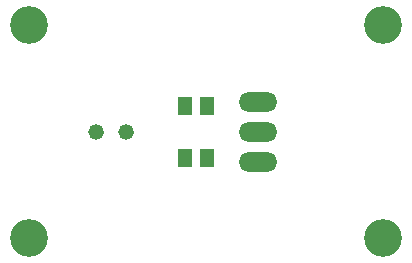
<source format=gts>
G04 (created by PCBNEW (2013-07-07 BZR 4022)-stable) date 2015/2/26 10:28:25*
%MOIN*%
G04 Gerber Fmt 3.4, Leading zero omitted, Abs format*
%FSLAX34Y34*%
G01*
G70*
G90*
G04 APERTURE LIST*
%ADD10C,0.00590551*%
%ADD11O,0.129X0.0645*%
%ADD12C,0.126*%
%ADD13R,0.0511X0.059*%
%ADD14C,0.052*%
G04 APERTURE END LIST*
G54D10*
G54D11*
X24559Y-14354D03*
X24559Y-15354D03*
X24559Y-16354D03*
G54D12*
X16929Y-11811D03*
X28740Y-11811D03*
X16929Y-18897D03*
X28740Y-18897D03*
G54D13*
X22126Y-14500D03*
X22874Y-14500D03*
X22874Y-16250D03*
X22126Y-16250D03*
G54D14*
X19185Y-15354D03*
X20185Y-15354D03*
M02*

</source>
